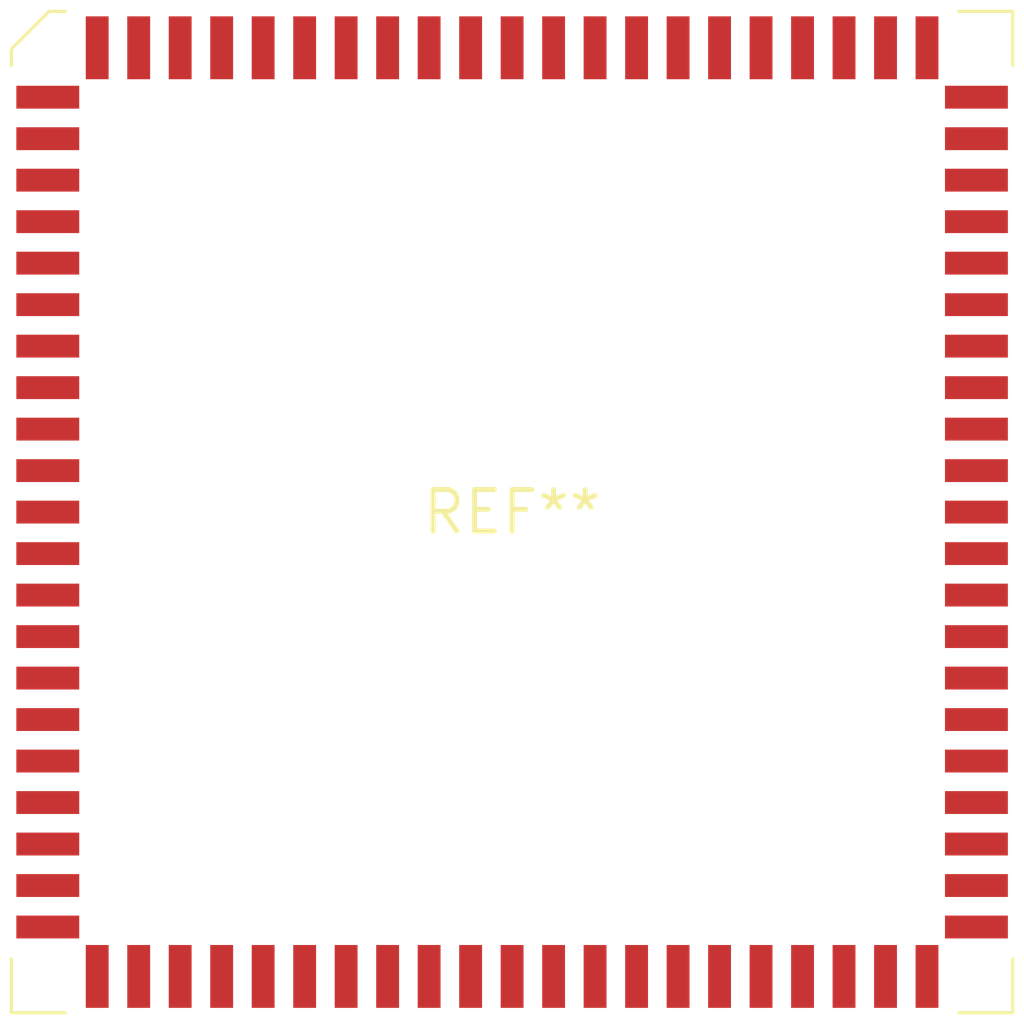
<source format=kicad_pcb>
(kicad_pcb (version 20240108) (generator pcbnew)
  (layers (0 "F.Cu" signal) (31 "B.Cu" signal) (34 "B.Paste" user) (35 "F.Paste" user) (36 "B.SilkS" user "B.Silkscreen") (37 "F.SilkS" user "F.Silkscreen") (38 "B.Mask" user) (39 "F.Mask" user) (44 "Edge.Cuts" user))
  (net 0 "")
  (footprint "PLCC-84" (layer "F.Cu") (at 0 0)
    (property "Reference" "REF**")
    (property "Value" "PLCC-84")
    (fp_line (start -15.325 -14.175) (end -15.325 -13.675) (layer "F.SilkS") (stroke (width 0.1)))
    (fp_line (start -15.325 15.325) (end -15.325 13.675) (layer "F.SilkS") (stroke (width 0.1)))
    (fp_line (start -14.175 -15.325) (end -15.325 -14.175) (layer "F.SilkS") (stroke (width 0.1)))
    (fp_line (start -13.675 -15.325) (end -14.175 -15.325) (layer "F.SilkS") (stroke (width 0.1)))
    (fp_line (start -13.675 15.325) (end -15.325 15.325) (layer "F.SilkS") (stroke (width 0.1)))
    (fp_line (start 13.675 -15.325) (end 15.325 -15.325) (layer "F.SilkS") (stroke (width 0.1)))
    (fp_line (start 13.675 15.325) (end 15.325 15.325) (layer "F.SilkS") (stroke (width 0.1)))
    (fp_line (start 15.325 -15.325) (end 15.325 -13.675) (layer "F.SilkS") (stroke (width 0.1)))
    (fp_line (start 15.325 15.325) (end 15.325 13.675) (layer "F.SilkS") (stroke (width 0.1)))
    (pad "1" smd rect (at 0 -14.2125) (size 0.7 1.925) (layers "F.Cu" "F.Paste" "F.Mask"))
    (pad "2" smd rect (at -1.27 -14.2125) (size 0.7 1.925) (layers "F.Cu" "F.Paste" "F.Mask"))
    (pad "3" smd rect (at -2.54 -14.2125) (size 0.7 1.925) (layers "F.Cu" "F.Paste" "F.Mask"))
    (pad "4" smd rect (at -3.81 -14.2125) (size 0.7 1.925) (layers "F.Cu" "F.Paste" "F.Mask"))
    (pad "5" smd rect (at -5.08 -14.2125) (size 0.7 1.925) (layers "F.Cu" "F.Paste" "F.Mask"))
    (pad "6" smd rect (at -6.35 -14.2125) (size 0.7 1.925) (layers "F.Cu" "F.Paste" "F.Mask"))
    (pad "7" smd rect (at -7.62 -14.2125) (size 0.7 1.925) (layers "F.Cu" "F.Paste" "F.Mask"))
    (pad "8" smd rect (at -8.89 -14.2125) (size 0.7 1.925) (layers "F.Cu" "F.Paste" "F.Mask"))
    (pad "9" smd rect (at -10.16 -14.2125) (size 0.7 1.925) (layers "F.Cu" "F.Paste" "F.Mask"))
    (pad "10" smd rect (at -11.43 -14.2125) (size 0.7 1.925) (layers "F.Cu" "F.Paste" "F.Mask"))
    (pad "11" smd rect (at -12.7 -14.2125) (size 0.7 1.925) (layers "F.Cu" "F.Paste" "F.Mask"))
    (pad "12" smd rect (at -14.2125 -12.7) (size 1.925 0.7) (layers "F.Cu" "F.Paste" "F.Mask"))
    (pad "13" smd rect (at -14.2125 -11.43) (size 1.925 0.7) (layers "F.Cu" "F.Paste" "F.Mask"))
    (pad "14" smd rect (at -14.2125 -10.16) (size 1.925 0.7) (layers "F.Cu" "F.Paste" "F.Mask"))
    (pad "15" smd rect (at -14.2125 -8.89) (size 1.925 0.7) (layers "F.Cu" "F.Paste" "F.Mask"))
    (pad "16" smd rect (at -14.2125 -7.62) (size 1.925 0.7) (layers "F.Cu" "F.Paste" "F.Mask"))
    (pad "17" smd rect (at -14.2125 -6.35) (size 1.925 0.7) (layers "F.Cu" "F.Paste" "F.Mask"))
    (pad "18" smd rect (at -14.2125 -5.08) (size 1.925 0.7) (layers "F.Cu" "F.Paste" "F.Mask"))
    (pad "19" smd rect (at -14.2125 -3.81) (size 1.925 0.7) (layers "F.Cu" "F.Paste" "F.Mask"))
    (pad "20" smd rect (at -14.2125 -2.54) (size 1.925 0.7) (layers "F.Cu" "F.Paste" "F.Mask"))
    (pad "21" smd rect (at -14.2125 -1.27) (size 1.925 0.7) (layers "F.Cu" "F.Paste" "F.Mask"))
    (pad "22" smd rect (at -14.2125 0) (size 1.925 0.7) (layers "F.Cu" "F.Paste" "F.Mask"))
    (pad "23" smd rect (at -14.2125 1.27) (size 1.925 0.7) (layers "F.Cu" "F.Paste" "F.Mask"))
    (pad "24" smd rect (at -14.2125 2.54) (size 1.925 0.7) (layers "F.Cu" "F.Paste" "F.Mask"))
    (pad "25" smd rect (at -14.2125 3.81) (size 1.925 0.7) (layers "F.Cu" "F.Paste" "F.Mask"))
    (pad "26" smd rect (at -14.2125 5.08) (size 1.925 0.7) (layers "F.Cu" "F.Paste" "F.Mask"))
    (pad "27" smd rect (at -14.2125 6.35) (size 1.925 0.7) (layers "F.Cu" "F.Paste" "F.Mask"))
    (pad "28" smd rect (at -14.2125 7.62) (size 1.925 0.7) (layers "F.Cu" "F.Paste" "F.Mask"))
    (pad "29" smd rect (at -14.2125 8.89) (size 1.925 0.7) (layers "F.Cu" "F.Paste" "F.Mask"))
    (pad "30" smd rect (at -14.2125 10.16) (size 1.925 0.7) (layers "F.Cu" "F.Paste" "F.Mask"))
    (pad "31" smd rect (at -14.2125 11.43) (size 1.925 0.7) (layers "F.Cu" "F.Paste" "F.Mask"))
    (pad "32" smd rect (at -14.2125 12.7) (size 1.925 0.7) (layers "F.Cu" "F.Paste" "F.Mask"))
    (pad "33" smd rect (at -12.7 14.2125) (size 0.7 1.925) (layers "F.Cu" "F.Paste" "F.Mask"))
    (pad "34" smd rect (at -11.43 14.2125) (size 0.7 1.925) (layers "F.Cu" "F.Paste" "F.Mask"))
    (pad "35" smd rect (at -10.16 14.2125) (size 0.7 1.925) (layers "F.Cu" "F.Paste" "F.Mask"))
    (pad "36" smd rect (at -8.89 14.2125) (size 0.7 1.925) (layers "F.Cu" "F.Paste" "F.Mask"))
    (pad "37" smd rect (at -7.62 14.2125) (size 0.7 1.925) (layers "F.Cu" "F.Paste" "F.Mask"))
    (pad "38" smd rect (at -6.35 14.2125) (size 0.7 1.925) (layers "F.Cu" "F.Paste" "F.Mask"))
    (pad "39" smd rect (at -5.08 14.2125) (size 0.7 1.925) (layers "F.Cu" "F.Paste" "F.Mask"))
    (pad "40" smd rect (at -3.81 14.2125) (size 0.7 1.925) (layers "F.Cu" "F.Paste" "F.Mask"))
    (pad "41" smd rect (at -2.54 14.2125) (size 0.7 1.925) (layers "F.Cu" "F.Paste" "F.Mask"))
    (pad "42" smd rect (at -1.27 14.2125) (size 0.7 1.925) (layers "F.Cu" "F.Paste" "F.Mask"))
    (pad "43" smd rect (at 0 14.2125) (size 0.7 1.925) (layers "F.Cu" "F.Paste" "F.Mask"))
    (pad "44" smd rect (at 1.27 14.2125) (size 0.7 1.925) (layers "F.Cu" "F.Paste" "F.Mask"))
    (pad "45" smd rect (at 2.54 14.2125) (size 0.7 1.925) (layers "F.Cu" "F.Paste" "F.Mask"))
    (pad "46" smd rect (at 3.81 14.2125) (size 0.7 1.925) (layers "F.Cu" "F.Paste" "F.Mask"))
    (pad "47" smd rect (at 5.08 14.2125) (size 0.7 1.925) (layers "F.Cu" "F.Paste" "F.Mask"))
    (pad "48" smd rect (at 6.35 14.2125) (size 0.7 1.925) (layers "F.Cu" "F.Paste" "F.Mask"))
    (pad "49" smd rect (at 7.62 14.2125) (size 0.7 1.925) (layers "F.Cu" "F.Paste" "F.Mask"))
    (pad "50" smd rect (at 8.89 14.2125) (size 0.7 1.925) (layers "F.Cu" "F.Paste" "F.Mask"))
    (pad "51" smd rect (at 10.16 14.2125) (size 0.7 1.925) (layers "F.Cu" "F.Paste" "F.Mask"))
    (pad "52" smd rect (at 11.43 14.2125) (size 0.7 1.925) (layers "F.Cu" "F.Paste" "F.Mask"))
    (pad "53" smd rect (at 12.7 14.2125) (size 0.7 1.925) (layers "F.Cu" "F.Paste" "F.Mask"))
    (pad "54" smd rect (at 14.2125 12.7) (size 1.925 0.7) (layers "F.Cu" "F.Paste" "F.Mask"))
    (pad "55" smd rect (at 14.2125 11.43) (size 1.925 0.7) (layers "F.Cu" "F.Paste" "F.Mask"))
    (pad "56" smd rect (at 14.2125 10.16) (size 1.925 0.7) (layers "F.Cu" "F.Paste" "F.Mask"))
    (pad "57" smd rect (at 14.2125 8.89) (size 1.925 0.7) (layers "F.Cu" "F.Paste" "F.Mask"))
    (pad "58" smd rect (at 14.2125 7.62) (size 1.925 0.7) (layers "F.Cu" "F.Paste" "F.Mask"))
    (pad "59" smd rect (at 14.2125 6.35) (size 1.925 0.7) (layers "F.Cu" "F.Paste" "F.Mask"))
    (pad "60" smd rect (at 14.2125 5.08) (size 1.925 0.7) (layers "F.Cu" "F.Paste" "F.Mask"))
    (pad "61" smd rect (at 14.2125 3.81) (size 1.925 0.7) (layers "F.Cu" "F.Paste" "F.Mask"))
    (pad "62" smd rect (at 14.2125 2.54) (size 1.925 0.7) (layers "F.Cu" "F.Paste" "F.Mask"))
    (pad "63" smd rect (at 14.2125 1.27) (size 1.925 0.7) (layers "F.Cu" "F.Paste" "F.Mask"))
    (pad "64" smd rect (at 14.2125 0) (size 1.925 0.7) (layers "F.Cu" "F.Paste" "F.Mask"))
    (pad "65" smd rect (at 14.2125 -1.27) (size 1.925 0.7) (layers "F.Cu" "F.Paste" "F.Mask"))
    (pad "66" smd rect (at 14.2125 -2.54) (size 1.925 0.7) (layers "F.Cu" "F.Paste" "F.Mask"))
    (pad "67" smd rect (at 14.2125 -3.81) (size 1.925 0.7) (layers "F.Cu" "F.Paste" "F.Mask"))
    (pad "68" smd rect (at 14.2125 -5.08) (size 1.925 0.7) (layers "F.Cu" "F.Paste" "F.Mask"))
    (pad "69" smd rect (at 14.2125 -6.35) (size 1.925 0.7) (layers "F.Cu" "F.Paste" "F.Mask"))
    (pad "70" smd rect (at 14.2125 -7.62) (size 1.925 0.7) (layers "F.Cu" "F.Paste" "F.Mask"))
    (pad "71" smd rect (at 14.2125 -8.89) (size 1.925 0.7) (layers "F.Cu" "F.Paste" "F.Mask"))
    (pad "72" smd rect (at 14.2125 -10.16) (size 1.925 0.7) (layers "F.Cu" "F.Paste" "F.Mask"))
    (pad "73" smd rect (at 14.2125 -11.43) (size 1.925 0.7) (layers "F.Cu" "F.Paste" "F.Mask"))
    (pad "74" smd rect (at 14.2125 -12.7) (size 1.925 0.7) (layers "F.Cu" "F.Paste" "F.Mask"))
    (pad "75" smd rect (at 12.7 -14.2125) (size 0.7 1.925) (layers "F.Cu" "F.Paste" "F.Mask"))
    (pad "76" smd rect (at 11.43 -14.2125) (size 0.7 1.925) (layers "F.Cu" "F.Paste" "F.Mask"))
    (pad "77" smd rect (at 10.16 -14.2125) (size 0.7 1.925) (layers "F.Cu" "F.Paste" "F.Mask"))
    (pad "78" smd rect (at 8.89 -14.2125) (size 0.7 1.925) (layers "F.Cu" "F.Paste" "F.Mask"))
    (pad "79" smd rect (at 7.62 -14.2125) (size 0.7 1.925) (layers "F.Cu" "F.Paste" "F.Mask"))
    (pad "80" smd rect (at 6.35 -14.2125) (size 0.7 1.925) (layers "F.Cu" "F.Paste" "F.Mask"))
    (pad "81" smd rect (at 5.08 -14.2125) (size 0.7 1.925) (layers "F.Cu" "F.Paste" "F.Mask"))
    (pad "82" smd rect (at 3.81 -14.2125) (size 0.7 1.925) (layers "F.Cu" "F.Paste" "F.Mask"))
    (pad "83" smd rect (at 2.54 -14.2125) (size 0.7 1.925) (layers "F.Cu" "F.Paste" "F.Mask"))
    (pad "84" smd rect (at 1.27 -14.2125) (size 0.7 1.925) (layers "F.Cu" "F.Paste" "F.Mask"))
  )
)
</source>
